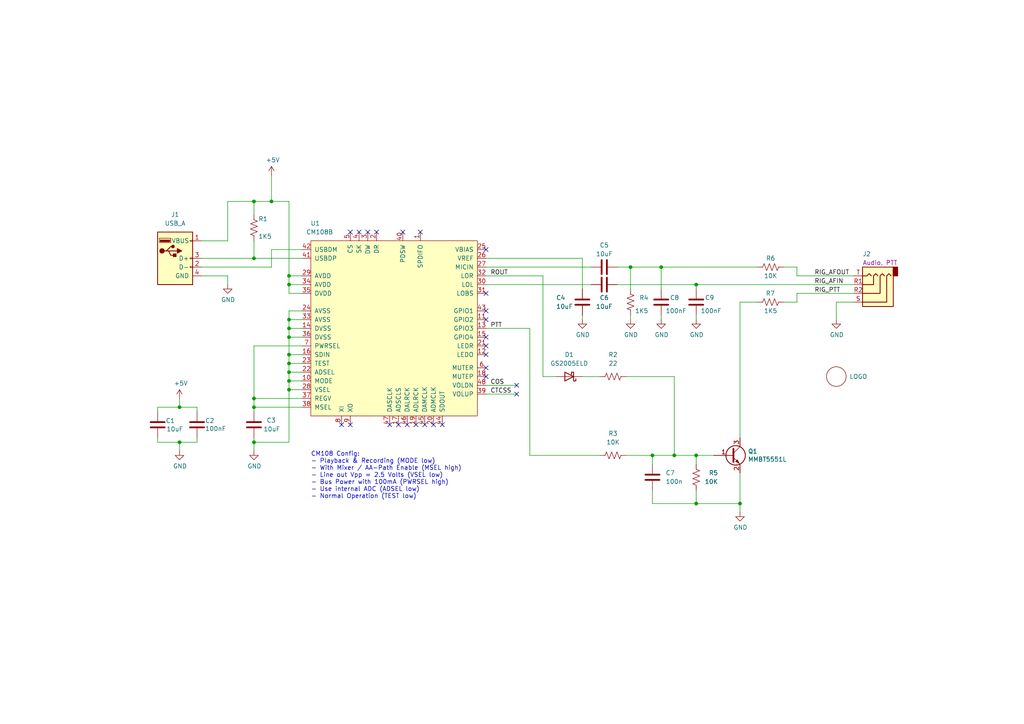
<source format=kicad_sch>
(kicad_sch (version 20230121) (generator eeschema)
  (paper "A4")
  (title_block (title "Digirig Light") (date "2024-02-13") (rev "1.0") (company "Softcomplex, Inc") (comment 1 "Denis Grisak - K0TX") (comment 2 "GNU General Public License v3.0") (comment 3 "https://digirig.net/"))
  (lib_symbols
    (symbol "Connector:AudioJack4"
      (property "Reference" "J" (at 0 8.89 0))
      (property "Value" "AudioJack4" (at 0 6.35 0))
      (symbol "AudioJack4_0_1"
        (rectangle (start -6.35 -5.08) (end -7.62 -7.62) (stroke (width 0.254)) (fill (type outline)))
        (polyline (pts (xy 0 -5.08) (xy 0.635 -5.715) (xy 1.27 -5.08) (xy 2.54 -5.08)) (stroke (width 0.254)))
        (polyline (pts (xy -5.715 -5.08) (xy -5.08 -5.715) (xy -4.445 -5.08) (xy -4.445 2.54) (xy 2.54 2.54)) (stroke (width 0.254)))
        (polyline (pts (xy -1.905 -5.08) (xy -1.27 -5.715) (xy -0.635 -5.08) (xy -0.635 -2.54) (xy 2.54 -2.54)) (stroke (width 0.254)))
        (polyline (pts (xy 2.54 0) (xy -2.54 0) (xy -2.54 -5.08) (xy -3.175 -5.715) (xy -3.81 -5.08)) (stroke (width 0.254)))
        (rectangle (start 2.54 3.81) (end -6.35 -7.62) (stroke (width 0.254)) (fill (type background)))
      )
      (symbol "AudioJack4_1_1"
        (pin passive line (at 5.08 -2.54 180) (length 2.54) (name "~") (number "R1"))
        (pin passive line (at 5.08 0 180) (length 2.54) (name "~") (number "R2"))
        (pin passive line (at 5.08 2.54 180) (length 2.54) (name "~") (number "S"))
        (pin passive line (at 5.08 -5.08 180) (length 2.54) (name "~") (number "T"))
      )
    )
    (symbol "Connector:USB_A" (pin_names (offset 1.016))
      (property "Reference" "J1" (at 0 12.7 0))
      (property "Value" "USB_A" (at 0 10.16 0))
      (symbol "USB_A_0_1"
        (rectangle (start -5.08 -7.62) (end 5.08 7.62) (stroke (width 0.254)) (fill (type background)))
        (circle (center -3.81 2.159) (radius 0.635) (stroke (width 0.254)) (fill (type outline)))
        (rectangle (start -1.524 4.826) (end -4.318 5.334) (fill (type outline)))
        (rectangle (start -1.27 4.572) (end -4.572 5.842))
        (circle (center -0.635 3.429) (radius 0.381) (stroke (width 0.254)) (fill (type outline)))
        (polyline (pts (xy -3.175 2.159) (xy -2.54 2.159) (xy -1.27 3.429) (xy -0.635 3.429)) (stroke (width 0.254)))
        (polyline (pts (xy -2.54 2.159) (xy -1.905 2.159) (xy -1.27 0.889) (xy 0 0.889)) (stroke (width 0.254)))
        (polyline (pts (xy 0.635 2.794) (xy 0.635 1.524) (xy 1.905 2.159) (xy 0.635 2.794)) (stroke (width 0.254)) (fill (type outline)))
        (rectangle (start 0.254 1.27) (end -0.508 0.508) (stroke (width 0.254)) (fill (type outline)))
        (rectangle (start 5.08 -2.667) (end 4.318 -2.413))
        (rectangle (start 5.08 -0.127) (end 4.318 0.127))
        (rectangle (start 5.08 4.953) (end 4.318 5.207))
      )
      (symbol "USB_A_1_1"
        (polyline (pts (xy -1.905 2.159) (xy 0.635 2.159)) (stroke (width 0.254)))
        (pin power_in line (at 7.62 5.08 180) (length 2.54) (name "VBUS") (number "1"))
        (pin bidirectional line (at 7.62 -2.54 180) (length 2.54) (name "D-") (number "2"))
        (pin bidirectional line (at 7.62 0 180) (length 2.54) (name "D+") (number "3"))
        (pin power_in line (at 7.62 -5.08 180) (length 2.54) (name "GND") (number "4"))
      )
    )
    (symbol "Device:C" (pin_numbers hide) (pin_names (offset 0.254))
      (property "Reference" "C" (at 0.635 2.54 0))
      (property "Value" "C" (at 0.635 -2.54 0))
      (symbol "C_0_1"
        (polyline (pts (xy -2.032 -0.762) (xy 2.032 -0.762)) (stroke (width 0.508)))
        (polyline (pts (xy -2.032 0.762) (xy 2.032 0.762)) (stroke (width 0.508)))
      )
      (symbol "C_1_1"
        (pin passive line (at 0 3.81 270) (length 2.794) (name "~") (number "1"))
        (pin passive line (at 0 -3.81 90) (length 2.794) (name "~") (number "2"))
      )
    )
    (symbol "Device:D_Schottky" (pin_numbers hide) (pin_names (offset 1.016) hide)
      (property "Reference" "D" (at 0 2.54 0))
      (property "Value" "D_Schottky" (at 0 -2.54 0))
      (symbol "D_Schottky_0_1"
        (polyline (pts (xy 1.27 0) (xy -1.27 0)))
        (polyline (pts (xy 1.27 1.27) (xy 1.27 -1.27) (xy -1.27 0) (xy 1.27 1.27)) (stroke (width 0.254)))
        (polyline (pts (xy -1.905 0.635) (xy -1.905 1.27) (xy -1.27 1.27) (xy -1.27 -1.27) (xy -0.635 -1.27) (xy -0.635 -0.635)) (stroke (width 0.254)))
      )
      (symbol "D_Schottky_1_1"
        (pin passive line (at -3.81 0 0) (length 2.54) (name "K") (number "1"))
        (pin passive line (at 3.81 0 180) (length 2.54) (name "A") (number "2"))
      )
    )
    (symbol "Device:R_US" (pin_numbers hide) (pin_names (offset 0))
      (property "Reference" "R" (at 2.54 0 90))
      (property "Value" "R_US" (at -2.54 0 90))
      (symbol "R_US_0_1"
        (polyline (pts (xy 0 -2.286) (xy 0 -2.54)))
        (polyline (pts (xy 0 2.286) (xy 0 2.54)))
        (polyline (pts (xy 0 -0.762) (xy 1.016 -1.143) (xy 0 -1.524) (xy -1.016 -1.905) (xy 0 -2.286)))
        (polyline (pts (xy 0 0.762) (xy 1.016 0.381) (xy 0 0) (xy -1.016 -0.381) (xy 0 -0.762)))
        (polyline (pts (xy 0 2.286) (xy 1.016 1.905) (xy 0 1.524) (xy -1.016 1.143) (xy 0 0.762)))
      )
      (symbol "R_US_1_1"
        (pin passive line (at 0 3.81 270) (length 1.27) (name "~") (number "1"))
        (pin passive line (at 0 -3.81 90) (length 1.27) (name "~") (number "2"))
      )
    )
    (symbol "Transistor_BJT:MMBT5551L" (pin_names (offset 0) hide)
      (property "Reference" "Q" (at 5.08 1.905 0))
      (property "Value" "MMBT5551L" (at 5.08 0 0))
      (symbol "MMBT5551L_0_1"
        (polyline (pts (xy 0.635 0.635) (xy 2.54 2.54)))
        (polyline (pts (xy 0.635 -0.635) (xy 2.54 -2.54) (xy 2.54 -2.54)))
        (polyline (pts (xy 0.635 1.905) (xy 0.635 -1.905) (xy 0.635 -1.905)) (stroke (width 0.508)))
        (polyline (pts (xy 1.27 -1.778) (xy 1.778 -1.27) (xy 2.286 -2.286) (xy 1.27 -1.778) (xy 1.27 -1.778)) (fill (type outline)))
        (circle (center 1.27 0) (radius 2.8194) (stroke (width 0.254)))
      )
      (symbol "MMBT5551L_1_1"
        (pin input line (at -5.08 0 0) (length 5.715) (name "B") (number "1"))
        (pin passive line (at 2.54 -5.08 90) (length 2.54) (name "E") (number "2"))
        (pin passive line (at 2.54 5.08 270) (length 2.54) (name "C") (number "3"))
      )
    )
    (symbol "digirig:CM108" (pin_names (offset 1.016))
      (property "Reference" "U" (at -12.7 1.27 0))
      (property "Value" "CM108" (at -12.7 -1.27 0))
      (symbol "CM108_0_0"
        (pin output line (at 19.05 0 270) (length 2.54) (name "SPDIFO") (number "1"))
        (pin input line (at -15.24 -43.18 0) (length 2.54) (name "MODE") (number "10"))
        (pin bidirectional line (at 38.1 -25.4 180) (length 2.54) (name "GPIO2") (number "11"))
        (pin output line (at 38.1 -35.56 180) (length 2.54) (name "LEDO") (number "12"))
        (pin bidirectional line (at 38.1 -27.94 180) (length 2.54) (name "GPIO3") (number "13"))
        (pin power_in line (at -15.24 -27.94 0) (length 2.54) (name "DVSS") (number "14"))
        (pin bidirectional line (at 38.1 -30.48 180) (length 2.54) (name "GPIO4") (number "15"))
        (pin input line (at -15.24 -35.56 0) (length 2.54) (name "SDIN") (number "16"))
        (pin input line (at 12.7 -55.88 90) (length 2.54) (name "ADSCLS") (number "17"))
        (pin input line (at 38.1 -41.91 180) (length 2.54) (name "MUTEP") (number "18"))
        (pin input line (at 17.78 -55.88 90) (length 2.54) (name "ADLRCK") (number "19"))
        (pin output line (at 6.35 0 270) (length 2.54) (name "DR") (number "2"))
        (pin output line (at 22.86 -55.88 90) (length 2.54) (name "ADMCLK") (number "20"))
        (pin output line (at 38.1 -33.02 180) (length 2.54) (name "LEDR") (number "21"))
        (pin input line (at -15.24 -40.64 0) (length 2.54) (name "ADSEL") (number "22"))
        (pin input line (at -15.24 -38.1 0) (length 2.54) (name "TEST") (number "23"))
        (pin power_in line (at -15.24 -22.86 0) (length 2.54) (name "AVSS") (number "24"))
        (pin power_out line (at 38.1 -5.08 180) (length 2.54) (name "VBIAS") (number "25"))
        (pin power_out line (at 38.1 -7.62 180) (length 2.54) (name "VREF") (number "26"))
        (pin input line (at 38.1 -10.16 180) (length 2.54) (name "MICIN") (number "27"))
        (pin input line (at -15.24 -45.72 0) (length 2.54) (name "VSEL") (number "28"))
        (pin power_in line (at -15.24 -12.7 0) (length 2.54) (name "AVDD") (number "29"))
        (pin input line (at 3.81 0 270) (length 2.54) (name "DW") (number "3"))
        (pin output line (at 38.1 -15.24 180) (length 2.54) (name "LOL") (number "30"))
        (pin power_out line (at 38.1 -17.78 180) (length 2.54) (name "LOBS") (number "31"))
        (pin output line (at 38.1 -12.7 180) (length 2.54) (name "LOR") (number "32"))
        (pin input line (at -15.24 -25.4 0) (length 2.54) (name "AVSS") (number "33"))
        (pin power_in line (at -15.24 -15.24 0) (length 2.54) (name "AVDD") (number "34"))
        (pin power_in line (at -15.24 -17.78 0) (length 2.54) (name "DVDD") (number "35"))
        (pin power_in line (at -15.24 -30.48 0) (length 2.54) (name "DVSS") (number "36"))
        (pin power_in line (at -15.24 -48.26 0) (length 2.54) (name "REGV") (number "37"))
        (pin input line (at -15.24 -50.8 0) (length 2.54) (name "MSEL") (number "38"))
        (pin input line (at 38.1 -46.99 180) (length 2.54) (name "VOLUP") (number "39"))
        (pin input line (at 1.27 0 270) (length 2.54) (name "SK") (number "4"))
        (pin input line (at 13.97 0 270) (length 2.54) (name "PDSW") (number "40"))
        (pin bidirectional line (at -15.24 -7.62 0) (length 2.54) (name "USBDP") (number "41"))
        (pin bidirectional line (at -15.24 -5.08 0) (length 2.54) (name "USBDM") (number "42"))
        (pin bidirectional line (at 38.1 -22.86 180) (length 2.54) (name "GPIO1") (number "43"))
        (pin output line (at 25.4 -55.88 90) (length 2.54) (name "SDOUT") (number "44"))
        (pin output line (at 20.32 -55.88 90) (length 2.54) (name "DAMCLK") (number "45"))
        (pin input line (at 15.24 -55.88 90) (length 2.54) (name "DALRCK") (number "46"))
        (pin input line (at 10.16 -55.88 90) (length 2.54) (name "DASCLK") (number "47"))
        (pin input line (at 38.1 -44.45 180) (length 2.54) (name "VOLDN") (number "48"))
        (pin input line (at -1.27 0 270) (length 2.54) (name "CS") (number "5"))
        (pin input line (at 38.1 -39.37 180) (length 2.54) (name "MUTER") (number "6"))
        (pin input line (at -15.24 -33.02 0) (length 2.54) (name "PWRSEL") (number "7"))
        (pin input line (at -3.81 -55.88 90) (length 2.54) (name "XI") (number "8"))
        (pin output line (at -1.27 -55.88 90) (length 2.54) (name "XO") (number "9"))
      )
      (symbol "CM108_0_1"
        (rectangle (start -12.7 -2.54) (end 35.56 -53.34) (fill (type background)))
      )
    )
    (symbol "digirig:LOGO" (pin_names (offset 1.016)) (in_bom no)
      (property "Value" "LOGO" (at 0 0 0))
      (symbol "LOGO_0_1"
        (circle (center 0 0) (radius 2.8448))
      )
    )
    (symbol "power:+5V" (power) (pin_names (offset 0))
      (property "Value" "+5V" (at 0 3.556 0))
      (symbol "+5V_0_1"
        (polyline (pts (xy -0.762 1.27) (xy 0 2.54)))
        (polyline (pts (xy 0 0) (xy 0 2.54)))
        (polyline (pts (xy 0 2.54) (xy 0.762 1.27)))
      )
      (symbol "+5V_1_1"
        (pin power_in line (at 0 0 90) (length 0) hide (name "+5V") (number "1"))
      )
    )
    (symbol "power:GND" (power) (pin_names (offset 0))
      (property "Value" "GND" (at 0 -3.81 0))
      (symbol "GND_0_1"
        (polyline (pts (xy 0 0) (xy 0 -1.27) (xy 1.27 -1.27) (xy 0 -2.54) (xy -1.27 -1.27) (xy 0 -1.27)))
      )
      (symbol "GND_1_1"
        (pin power_in line (at 0 0 270) (length 0) hide (name "GND") (number "1"))
      )
    )
  )
  (junction (at 214.63 146.05))
  (junction (at 83.82 92.71))
  (junction (at 73.66 118.11))
  (junction (at 191.77 77.47))
  (junction (at 83.82 95.25))
  (junction (at 83.82 102.87))
  (junction (at 83.82 105.41))
  (junction (at 83.82 110.49))
  (junction (at 201.93 146.05))
  (junction (at 73.66 115.57))
  (junction (at 83.82 107.95))
  (junction (at 83.82 97.79))
  (junction (at 52.07 118.11))
  (junction (at 73.66 74.93))
  (junction (at 78.74 58.42))
  (junction (at 195.58 132.08))
  (junction (at 73.66 58.42))
  (junction (at 73.66 128.27))
  (junction (at 201.93 132.08))
  (junction (at 83.82 82.55))
  (junction (at 83.82 80.01))
  (junction (at 83.82 113.03))
  (junction (at 189.23 132.08))
  (junction (at 182.88 77.47))
  (junction (at 201.93 82.55))
  (junction (at 52.07 128.27))
  (no_connect (at 149.86 111.76))
  (no_connect (at 118.11 123.19))
  (no_connect (at 101.6 123.19))
  (no_connect (at 120.65 123.19))
  (no_connect (at 140.97 72.39))
  (no_connect (at 128.27 123.19))
  (no_connect (at 113.03 123.19))
  (no_connect (at 125.73 123.19))
  (no_connect (at 123.19 123.19))
  (no_connect (at 99.06 123.19))
  (no_connect (at 116.84 67.31))
  (no_connect (at 106.68 67.31))
  (no_connect (at 115.57 123.19))
  (no_connect (at 140.97 90.17))
  (no_connect (at 101.6 67.31))
  (no_connect (at 140.97 100.33))
  (no_connect (at 149.86 114.3))
  (no_connect (at 140.97 92.71))
  (no_connect (at 140.97 109.22))
  (no_connect (at 140.97 102.87))
  (no_connect (at 140.97 106.68))
  (no_connect (at 140.97 97.79))
  (no_connect (at 109.22 67.31))
  (no_connect (at 104.14 67.31))
  (no_connect (at 121.92 67.31))
  (no_connect (at 140.97 85.09))
  (wire (pts (xy 247.65 87.63) (xy 242.57 87.63)))
  (wire (pts (xy 45.72 118.11) (xy 52.07 118.11)))
  (wire (pts (xy 87.63 97.79) (xy 83.82 97.79)))
  (wire (pts (xy 153.67 95.25) (xy 153.67 132.08)))
  (wire (pts (xy 73.66 128.27) (xy 83.82 128.27)))
  (wire (pts (xy 214.63 87.63) (xy 219.71 87.63)))
  (wire (pts (xy 214.63 87.63) (xy 214.63 127)))
  (wire (pts (xy 83.82 97.79) (xy 83.82 102.87)))
  (wire (pts (xy 191.77 77.47) (xy 219.71 77.47)))
  (wire (pts (xy 140.97 111.76) (xy 149.86 111.76)))
  (wire (pts (xy 78.74 58.42) (xy 78.74 50.8)))
  (wire (pts (xy 87.63 92.71) (xy 83.82 92.71)))
  (wire (pts (xy 87.63 85.09) (xy 83.82 85.09)))
  (wire (pts (xy 87.63 95.25) (xy 83.82 95.25)))
  (wire (pts (xy 87.63 107.95) (xy 83.82 107.95)))
  (wire (pts (xy 52.07 128.27) (xy 57.15 128.27)))
  (wire (pts (xy 83.82 113.03) (xy 83.82 128.27)))
  (wire (pts (xy 73.66 115.57) (xy 87.63 115.57)))
  (wire (pts (xy 73.66 115.57) (xy 73.66 118.11)))
  (wire (pts (xy 73.66 118.11) (xy 87.63 118.11)))
  (wire (pts (xy 83.82 102.87) (xy 83.82 105.41)))
  (wire (pts (xy 247.65 80.01) (xy 231.14 80.01)))
  (wire (pts (xy 157.48 109.22) (xy 161.29 109.22)))
  (wire (pts (xy 189.23 142.24) (xy 189.23 146.05)))
  (wire (pts (xy 73.66 74.93) (xy 73.66 69.85)))
  (wire (pts (xy 168.91 83.82) (xy 168.91 74.93)))
  (wire (pts (xy 73.66 100.33) (xy 73.66 115.57)))
  (wire (pts (xy 78.74 77.47) (xy 78.74 72.39)))
  (wire (pts (xy 201.93 146.05) (xy 214.63 146.05)))
  (wire (pts (xy 140.97 77.47) (xy 171.45 77.47)))
  (wire (pts (xy 140.97 74.93) (xy 168.91 74.93)))
  (wire (pts (xy 195.58 109.22) (xy 195.58 132.08)))
  (wire (pts (xy 189.23 132.08) (xy 189.23 134.62)))
  (wire (pts (xy 195.58 132.08) (xy 201.93 132.08)))
  (wire (pts (xy 73.66 118.11) (xy 73.66 119.38)))
  (wire (pts (xy 66.04 80.01) (xy 66.04 82.55)))
  (wire (pts (xy 83.82 92.71) (xy 83.82 90.17)))
  (wire (pts (xy 52.07 118.11) (xy 57.15 118.11)))
  (wire (pts (xy 231.14 85.09) (xy 247.65 85.09)))
  (wire (pts (xy 182.88 77.47) (xy 191.77 77.47)))
  (wire (pts (xy 83.82 82.55) (xy 83.82 80.01)))
  (wire (pts (xy 73.66 58.42) (xy 78.74 58.42)))
  (wire (pts (xy 182.88 77.47) (xy 182.88 83.82)))
  (wire (pts (xy 83.82 58.42) (xy 83.82 80.01)))
  (wire (pts (xy 87.63 110.49) (xy 83.82 110.49)))
  (wire (pts (xy 181.61 109.22) (xy 195.58 109.22)))
  (wire (pts (xy 214.63 137.16) (xy 214.63 146.05)))
  (wire (pts (xy 189.23 132.08) (xy 195.58 132.08)))
  (wire (pts (xy 83.82 110.49) (xy 83.82 113.03)))
  (wire (pts (xy 201.93 142.24) (xy 201.93 146.05)))
  (wire (pts (xy 78.74 58.42) (xy 83.82 58.42)))
  (wire (pts (xy 87.63 82.55) (xy 83.82 82.55)))
  (wire (pts (xy 45.72 128.27) (xy 52.07 128.27)))
  (wire (pts (xy 201.93 132.08) (xy 207.01 132.08)))
  (wire (pts (xy 182.88 91.44) (xy 182.88 92.71)))
  (wire (pts (xy 52.07 128.27) (xy 52.07 130.81)))
  (wire (pts (xy 87.63 113.03) (xy 83.82 113.03)))
  (wire (pts (xy 58.42 74.93) (xy 73.66 74.93)))
  (wire (pts (xy 231.14 80.01) (xy 231.14 77.47)))
  (wire (pts (xy 73.66 74.93) (xy 87.63 74.93)))
  (wire (pts (xy 214.63 146.05) (xy 214.63 148.59)))
  (wire (pts (xy 73.66 58.42) (xy 73.66 62.23)))
  (wire (pts (xy 189.23 146.05) (xy 201.93 146.05)))
  (wire (pts (xy 66.04 58.42) (xy 73.66 58.42)))
  (wire (pts (xy 179.07 77.47) (xy 182.88 77.47)))
  (wire (pts (xy 58.42 80.01) (xy 66.04 80.01)))
  (wire (pts (xy 140.97 80.01) (xy 157.48 80.01)))
  (wire (pts (xy 83.82 80.01) (xy 87.63 80.01)))
  (wire (pts (xy 83.82 105.41) (xy 83.82 107.95)))
  (wire (pts (xy 45.72 127) (xy 45.72 128.27)))
  (wire (pts (xy 153.67 132.08) (xy 173.99 132.08)))
  (wire (pts (xy 87.63 105.41) (xy 83.82 105.41)))
  (wire (pts (xy 140.97 114.3) (xy 149.86 114.3)))
  (wire (pts (xy 140.97 95.25) (xy 153.67 95.25)))
  (wire (pts (xy 57.15 128.27) (xy 57.15 127)))
  (wire (pts (xy 83.82 107.95) (xy 83.82 110.49)))
  (wire (pts (xy 231.14 87.63) (xy 231.14 85.09)))
  (wire (pts (xy 168.91 109.22) (xy 173.99 109.22)))
  (wire (pts (xy 201.93 82.55) (xy 247.65 82.55)))
  (wire (pts (xy 58.42 77.47) (xy 78.74 77.47)))
  (wire (pts (xy 191.77 92.71) (xy 191.77 91.44)))
  (wire (pts (xy 191.77 83.82) (xy 191.77 77.47)))
  (wire (pts (xy 83.82 95.25) (xy 83.82 97.79)))
  (wire (pts (xy 168.91 92.71) (xy 168.91 91.44)))
  (wire (pts (xy 87.63 102.87) (xy 83.82 102.87)))
  (wire (pts (xy 181.61 132.08) (xy 189.23 132.08)))
  (wire (pts (xy 157.48 80.01) (xy 157.48 109.22)))
  (wire (pts (xy 83.82 90.17) (xy 87.63 90.17)))
  (wire (pts (xy 87.63 100.33) (xy 73.66 100.33)))
  (wire (pts (xy 242.57 87.63) (xy 242.57 92.71)))
  (wire (pts (xy 73.66 127) (xy 73.66 128.27)))
  (wire (pts (xy 201.93 82.55) (xy 201.93 83.82)))
  (wire (pts (xy 83.82 92.71) (xy 83.82 95.25)))
  (wire (pts (xy 140.97 82.55) (xy 171.45 82.55)))
  (wire (pts (xy 179.07 82.55) (xy 201.93 82.55)))
  (wire (pts (xy 57.15 118.11) (xy 57.15 119.38)))
  (wire (pts (xy 52.07 118.11) (xy 52.07 115.57)))
  (wire (pts (xy 201.93 92.71) (xy 201.93 91.44)))
  (wire (pts (xy 66.04 69.85) (xy 66.04 58.42)))
  (wire (pts (xy 58.42 69.85) (xy 66.04 69.85)))
  (wire (pts (xy 201.93 134.62) (xy 201.93 132.08)))
  (wire (pts (xy 45.72 119.38) (xy 45.72 118.11)))
  (wire (pts (xy 73.66 128.27) (xy 73.66 130.81)))
  (wire (pts (xy 227.33 77.47) (xy 231.14 77.47)))
  (wire (pts (xy 83.82 85.09) (xy 83.82 82.55)))
  (wire (pts (xy 87.63 72.39) (xy 78.74 72.39)))
  (wire (pts (xy 227.33 87.63) (xy 231.14 87.63)))
  (text "CM108 Config:\n- Playback & Recording (MODE low)\n- With Mixer / AA-Path Enable (MSEL high)\n- Line out Vpp = 2.5 Volts (VSEL low)\n- Bus Power with 100mA (PWRSEL high)\n- Use internal ADC (ADSEL low)\n- Normal Operation (TEST low)" (at 90.17 144.78 0) (effects (font (size 1.27 1.27)) (justify left bottom)))
  (label "ROUT" (at 142.24 80.01 0))
  (label "PTT" (at 142.24 95.25 0))
  (label "CTCSS" (at 142.24 114.3 0))
  (label "RIG_AFIN" (at 236.22 82.55 0))
  (label "COS" (at 142.24 111.76 0))
  (label "RIG_AFOUT" (at 236.22 80.01 0))
  (label "RIG_PTT" (at 236.22 85.09 0))
  (symbol (lib_id "power:GND") (at 52.07 130.81 0) (unit 1)
    (property "Reference" "#PWR02" (effects hide))
    (property "Value" "GND" (at 52.197 135.2042 0))
  )
  (symbol (lib_id "Connector:AudioJack4") (at 252.73 85.09 180) (unit 1)
    (property "Reference" "J2" (at 250.19 73.66 0) (effects (justify right)))
    (property "Value" "PJ-320A" (effects hide))
    (property "Footprint" "footprints:Jack_3.5mm_PJ320D_Horizontal" (effects hide))
    (property "Label" "Audio, PTT" (at 250.19 76.2 0) (effects (justify right)))
    (property "LCSC" "C431535" (effects hide))
  )
  (symbol (lib_id "Device:C") (at 189.23 138.43 0) (unit 1)
    (property "Reference" "C7" (at 193.04 137.16 0) (effects (justify left)))
    (property "Value" "100n" (at 193.04 139.7 0) (effects (justify left)))
    (property "Footprint" "Capacitor_SMD:C_0402_1005Metric" (effects hide))
    (property "LCSC" "C1525" (effects hide))
  )
  (symbol (lib_id "power:GND") (at 66.04 82.55 0) (unit 1)
    (property "Reference" "#PWR03" (effects hide))
    (property "Value" "GND" (at 66.167 86.9442 0))
  )
  (symbol (lib_id "Device:C") (at 45.72 123.19 0) (unit 1)
    (property "Reference" "C1" (at 48.0568 122.0216 0) (effects (justify left)))
    (property "Value" "10uF" (at 48.26 124.46 0) (effects (justify left)))
    (property "Footprint" "Capacitor_SMD:C_0402_1005Metric" (effects hide))
    (property "LCSC" "C15525" (effects hide))
  )
  (symbol (lib_id "Device:D_Schottky") (at 165.1 109.22 180) (unit 1)
    (property "Reference" "D1" (at 165.1 102.87 0))
    (property "Value" "GS2005ELD" (at 165.1 105.41 0))
    (property "Footprint" "Diode_SMD:D_SOD-923" (effects hide))
    (property "LCSC" "C18716421" (effects hide))
  )
  (symbol (lib_id "power:GND") (at 214.63 148.59 0) (unit 1)
    (property "Reference" "#PWR010" (effects hide))
    (property "Value" "GND" (at 214.757 152.9842 0))
  )
  (symbol (lib_id "digirig:CM108") (at 102.87 67.31 0) (unit 1)
    (property "Reference" "U1" (at 91.44 64.77 0))
    (property "Value" "CM108B" (at 92.71 67.31 0))
    (property "Footprint" "Package_QFP:LQFP-48_7x7mm_P0.5mm" (effects hide))
    (property "LCSC" "C371347" (effects hide))
  )
  (symbol (lib_id "power:GND") (at 242.57 92.71 0) (unit 1)
    (property "Reference" "#PWR011" (effects hide))
    (property "Value" "GND" (at 242.697 97.1042 0))
  )
  (symbol (lib_id "Device:R_US") (at 223.52 87.63 270) (unit 1)
    (property "Reference" "R7" (at 224.79 85.09 90) (effects (justify right)))
    (property "Value" "1K5" (at 223.52 90.17 90))
    (property "Footprint" "Resistor_SMD:R_0402_1005Metric" (effects hide))
    (property "LCSC" "C25867" (effects hide))
  )
  (symbol (lib_id "Device:R_US") (at 177.8 109.22 90) (unit 1)
    (property "Reference" "R2" (at 177.8 102.87 90))
    (property "Value" "22" (at 177.8 105.41 90))
    (property "Footprint" "Resistor_SMD:R_0402_1005Metric" (effects hide))
    (property "MPN" "C25092" (effects hide))
  )
  (symbol (lib_id "Connector:USB_A") (at 50.8 74.93 0) (unit 1) (in_bom no)
    (property "Reference" "J1" (at 50.8 62.23 0))
    (property "Value" "USB_A" (at 50.8 64.77 0))
    (property "Footprint" "footprints:USB_A_PCB_traces_small" (effects hide))
    (property "Datasheet" " ~" (effects hide))
  )
  (symbol (lib_id "digirig:LOGO") (at 242.57 109.22 0) (unit 1) (in_bom no)
    (property "Reference" "L1" (effects hide))
    (property "Value" "LOGO" (at 246.38 109.22 0) (effects (justify left)))
    (property "Footprint" "footprints:digirig-logo-6mm" (effects hide))
  )
  (symbol (lib_id "Device:C") (at 201.93 87.63 0) (unit 1)
    (property "Reference" "C9" (at 204.47 86.36 0) (effects (justify left)))
    (property "Value" "100nF" (at 203.2 90.17 0) (effects (justify left)))
    (property "Footprint" "Capacitor_SMD:C_0402_1005Metric" (effects hide))
    (property "LCSC" "C1525" (effects hide))
  )
  (symbol (lib_id "Device:R_US") (at 73.66 66.04 180) (unit 1)
    (property "Reference" "R1" (at 74.93 63.5 0) (effects (justify right)))
    (property "Value" "1K5" (at 74.93 68.58 0) (effects (justify right)))
    (property "Footprint" "Resistor_SMD:R_0402_1005Metric" (effects hide))
    (property "LCSC" "C25867" (effects hide))
  )
  (symbol (lib_id "power:GND") (at 191.77 92.71 0) (unit 1)
    (property "Reference" "#PWR08" (effects hide))
    (property "Value" "GND" (at 191.897 97.1042 0))
  )
  (symbol (lib_id "Device:R_US") (at 177.8 132.08 270) (unit 1)
    (property "Reference" "R3" (at 177.8 125.73 90))
    (property "Value" "10K" (at 177.8 128.27 90))
    (property "Footprint" "Resistor_SMD:R_0402_1005Metric" (effects hide))
    (property "LCSC" "C25744" (effects hide))
  )
  (symbol (lib_id "Device:C") (at 175.26 82.55 270) (unit 1)
    (property "Reference" "C6" (at 175.26 86.36 90))
    (property "Value" "10uF" (at 175.26 88.9 90))
    (property "Footprint" "Capacitor_SMD:C_0402_1005Metric" (effects hide))
    (property "LCSC" "C15525" (effects hide))
  )
  (symbol (lib_id "power:GND") (at 168.91 92.71 0) (unit 1)
    (property "Reference" "#PWR06" (effects hide))
    (property "Value" "GND" (at 169.037 97.1042 0))
  )
  (symbol (lib_id "power:+5V") (at 52.07 115.57 0) (unit 1)
    (property "Reference" "#PWR01" (effects hide))
    (property "Value" "+5V" (at 52.451 111.1758 0))
  )
  (symbol (lib_id "Device:C") (at 73.66 123.19 180) (unit 1)
    (property "Reference" "C3" (at 80.01 121.92 0) (effects (justify left)))
    (property "Value" "10uF" (at 81.28 124.46 0) (effects (justify left)))
    (property "Footprint" "Capacitor_SMD:C_0402_1005Metric" (effects hide))
    (property "LCSC" "C15525" (effects hide))
  )
  (symbol (lib_id "Device:R_US") (at 201.93 138.43 180) (unit 1)
    (property "Reference" "R5" (at 208.28 137.16 0) (effects (justify left)))
    (property "Value" "10K" (at 208.28 139.7 0) (effects (justify left)))
    (property "Footprint" "Resistor_SMD:R_0402_1005Metric" (effects hide))
    (property "LCSC" "C25744" (effects hide))
  )
  (symbol (lib_id "Device:C") (at 191.77 87.63 0) (unit 1)
    (property "Reference" "C8" (at 194.31 86.36 0) (effects (justify left)))
    (property "Value" "100nF" (at 193.04 90.17 0) (effects (justify left)))
    (property "Footprint" "Capacitor_SMD:C_0402_1005Metric" (effects hide))
    (property "LCSC" "C1525" (effects hide))
  )
  (symbol (lib_id "Device:C") (at 57.15 123.19 0) (unit 1)
    (property "Reference" "C2" (at 59.4868 122.0216 0) (effects (justify left)))
    (property "Value" "100nF" (at 59.4868 124.333 0) (effects (justify left)))
    (property "Footprint" "Capacitor_SMD:C_0402_1005Metric" (effects hide))
    (property "LCSC" "C1525" (effects hide))
  )
  (symbol (lib_id "Device:C") (at 168.91 87.63 0) (unit 1)
    (property "Reference" "C4" (at 161.29 86.36 0) (effects (justify left)))
    (property "Value" "10uF" (at 161.29 88.9 0) (effects (justify left)))
    (property "Footprint" "Capacitor_SMD:C_0402_1005Metric" (effects hide))
    (property "LCSC" "C15525" (effects hide))
  )
  (symbol (lib_id "Device:R_US") (at 223.52 77.47 270) (unit 1)
    (property "Reference" "R6" (at 223.52 74.93 90))
    (property "Value" "10K" (at 223.52 80.01 90))
    (property "Footprint" "Resistor_SMD:R_0402_1005Metric" (effects hide))
    (property "LCSC" "C25744" (effects hide))
  )
  (symbol (lib_id "Device:R_US") (at 182.88 87.63 0) (unit 1)
    (property "Reference" "R4" (at 185.42 86.36 0) (effects (justify left)))
    (property "Value" "1K5" (at 184.15 90.17 0) (effects (justify left)))
    (property "Footprint" "Resistor_SMD:R_0402_1005Metric" (effects hide))
    (property "LCSC" "C25867" (effects hide))
  )
  (symbol (lib_id "power:GND") (at 73.66 130.81 0) (unit 1)
    (property "Reference" "#PWR04" (effects hide))
    (property "Value" "GND" (at 73.787 135.2042 0))
  )
  (symbol (lib_id "power:GND") (at 182.88 92.71 0) (unit 1)
    (property "Reference" "#PWR07" (effects hide))
    (property "Value" "GND" (at 183.007 97.1042 0))
  )
  (symbol (lib_id "power:+5V") (at 78.74 50.8 0) (unit 1)
    (property "Reference" "#PWR05" (effects hide))
    (property "Value" "+5V" (at 79.121 46.4058 0))
  )
  (symbol (lib_id "Transistor_BJT:MMBT5551L") (at 212.09 132.08 0) (unit 1)
    (property "Reference" "Q1" (at 216.9414 130.9116 0) (effects (justify left)))
    (property "Value" "MMBT5551L" (at 216.9414 133.223 0) (effects (justify left)))
    (property "Footprint" "Package_TO_SOT_SMD:SOT-23" (effects hide))
    (property "Datasheet" "www.onsemi.com/pub/Collateral/MMBT5550LT1-D.PDF" (effects hide))
    (property "LCSC" "C152516" (effects hide))
  )
  (symbol (lib_id "Device:C") (at 175.26 77.47 270) (unit 1)
    (property "Reference" "C5" (at 175.26 71.12 90))
    (property "Value" "10uF" (at 175.26 73.66 90))
    (property "Footprint" "Capacitor_SMD:C_0402_1005Metric" (effects hide))
    (property "LCSC" "C15525" (effects hide))
  )
  (symbol (lib_id "power:GND") (at 201.93 92.71 0) (unit 1)
    (property "Reference" "#PWR09" (effects hide))
    (property "Value" "GND" (at 202.057 97.1042 0))
  )
)
</source>
